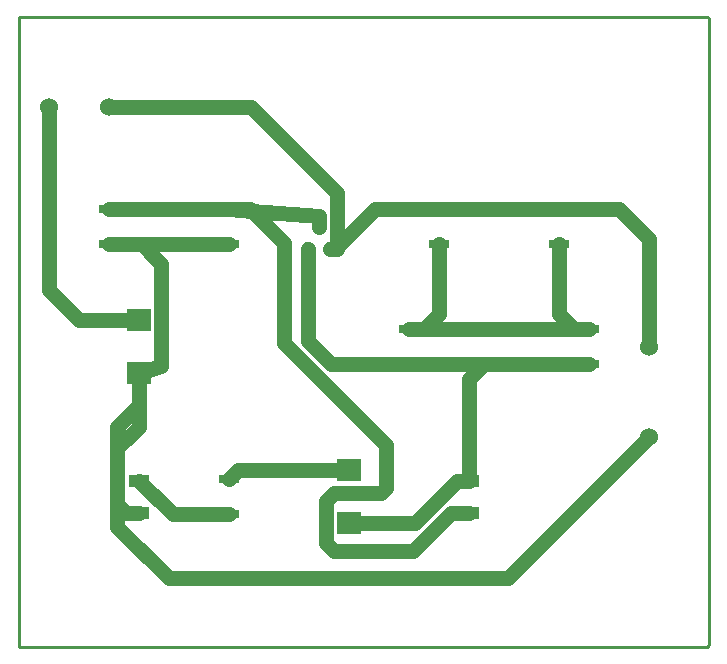
<source format=gbr>
%FSTAX23Y23*%
%MOIN*%
%SFA1B1*%

%IPPOS*%
%ADD10R,0.068898X0.030000*%
%ADD11R,0.022000X0.050000*%
%ADD12R,0.080000X0.074000*%
%ADD13R,0.066929X0.043307*%
%ADD14C,0.050000*%
%ADD15C,0.010000*%
%ADD16C,0.060000*%
%LNbattery_3.7_pcb_copper_signal_top-1*%
%LPD*%
G54D10*
X047Y02459D03*
Y02341D03*
X051Y02459D03*
Y02341D03*
X062Y02459D03*
Y02341D03*
X058Y02459D03*
Y02341D03*
X063Y02059D03*
Y01941D03*
X06Y02059D03*
Y01941D03*
X057Y02059D03*
Y01941D03*
X051Y01559D03*
Y01441D03*
G54D11*
X054Y024D03*
X05436Y02324D03*
X05363D03*
G54D12*
X048Y01911D03*
Y02089D03*
X055Y01411D03*
Y01589D03*
G54D13*
X048Y01553D03*
Y01446D03*
X059Y01553D03*
Y01446D03*
G54D14*
X048Y01805D02*
Y01911D01*
Y01733D02*
Y01805D01*
X047Y02341D02*
X0481D01*
X0546Y02331D02*
Y02513D01*
Y02324D02*
Y02331D01*
X05588Y02459*
X05453Y02324D02*
X0546Y02331D01*
X057Y01941D02*
X0595D01*
X05176Y02452D02*
X054Y02434D01*
X051Y02459D02*
X05176Y02452D01*
X05285Y02344*
X0517Y02459D02*
X05176Y02452D01*
X0575Y02059D02*
X06D01*
X0481Y02341D02*
X04875Y02276D01*
Y01936D02*
Y02276D01*
X048Y01911D02*
X04875Y01936D01*
X05436Y02324D02*
X05453D01*
X0546*
X05173Y028D02*
X0546Y02513D01*
X047Y028D02*
X05173D01*
X0595Y01941D02*
X06D01*
X059Y01891D02*
X0595Y01941D01*
X059Y01553D02*
Y01891D01*
X05363Y02018D02*
Y02324D01*
Y02018D02*
X05441Y01941D01*
X057*
X0513Y01589D02*
X055D01*
X051Y01559D02*
X0513Y01589D01*
X051Y02459D02*
X0517D01*
X05285Y02012D02*
Y02344D01*
Y02012D02*
X05624Y01673D01*
Y01529D02*
Y01673D01*
X05607Y01512D02*
X05624Y01529D01*
X0545Y01512D02*
X05607D01*
X05425Y01487D02*
X0545Y01512D01*
X05425Y01344D02*
Y01487D01*
Y01344D02*
X0545Y01319D01*
X05713*
X05841Y01446*
X059*
X054Y024D02*
Y02434D01*
X058Y02109D02*
Y02341D01*
X0575Y02059D02*
X058Y02109D01*
X057Y02059D02*
X0575D01*
X062Y02109D02*
Y02341D01*
Y02109D02*
X0625Y02059D01*
X063*
X05862Y01553D02*
X059D01*
X0572Y01411D02*
X05862Y01553D01*
X055Y01411D02*
X0572D01*
X062Y02459D02*
X064D01*
X065Y02359*
Y02D02*
Y02359D01*
X045Y02189D02*
Y028D01*
Y02189D02*
X046Y02089D01*
X048*
X04728Y01733D02*
X048Y01805D01*
X04728Y014D02*
Y01733D01*
Y014D02*
X04899Y01229D01*
X06029*
X065Y017*
X04756Y01446D02*
X048D01*
X04728Y01475D02*
X04756Y01446D01*
X04728Y01475D02*
Y01661D01*
X048Y01733*
X04913Y01441D02*
X051D01*
X04801Y01553D02*
X04913Y01441D01*
X048Y01553D02*
X04801D01*
X05588Y02459D02*
X058D01*
X0481Y02341D02*
X051D01*
X058Y02459D02*
X062D01*
X06Y01941D02*
X063D01*
X047Y02459D02*
X051D01*
X06Y02059D02*
X0625D01*
G54D15*
X044Y031D02*
X06694D01*
X067Y03094*
X06694Y01D02*
X067Y01005D01*
X044Y01D02*
X06694D01*
X067Y01005D02*
Y03094D01*
X044Y01D02*
Y031D01*
G54D16*
X065Y02D03*
Y017D03*
X045Y028D03*
X047D03*
M02*
</source>
